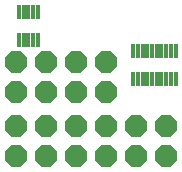
<source format=gbs>
G75*
%MOIN*%
%OFA0B0*%
%FSLAX25Y25*%
%IPPOS*%
%LPD*%
%AMOC8*
5,1,8,0,0,1.08239X$1,22.5*
%
%ADD10R,0.01387X0.05088*%
%ADD11OC8,0.07200*%
D10*
X0133402Y0128087D03*
X0134976Y0128087D03*
X0136551Y0128087D03*
X0138126Y0128087D03*
X0139701Y0128087D03*
X0139701Y0137299D03*
X0138126Y0137299D03*
X0136551Y0137299D03*
X0134976Y0137299D03*
X0133402Y0137299D03*
X0171472Y0124110D03*
X0173047Y0124110D03*
X0174622Y0124110D03*
X0176197Y0124110D03*
X0177772Y0124110D03*
X0179346Y0124110D03*
X0180921Y0124110D03*
X0182496Y0124110D03*
X0184071Y0124110D03*
X0185646Y0124110D03*
X0185646Y0114898D03*
X0184071Y0114898D03*
X0182496Y0114898D03*
X0180921Y0114898D03*
X0179346Y0114898D03*
X0177772Y0114898D03*
X0176197Y0114898D03*
X0174622Y0114898D03*
X0173047Y0114898D03*
X0171472Y0114898D03*
D11*
X0132496Y0089189D03*
X0142496Y0089189D03*
X0152496Y0089189D03*
X0162496Y0089189D03*
X0172496Y0089189D03*
X0182496Y0089189D03*
X0182496Y0099189D03*
X0172496Y0099189D03*
X0162496Y0099189D03*
X0152496Y0099189D03*
X0142496Y0099189D03*
X0132496Y0099189D03*
X0132457Y0110567D03*
X0142457Y0110567D03*
X0152457Y0110567D03*
X0162457Y0110567D03*
X0162457Y0120567D03*
X0152457Y0120567D03*
X0142457Y0120567D03*
X0132457Y0120567D03*
M02*

</source>
